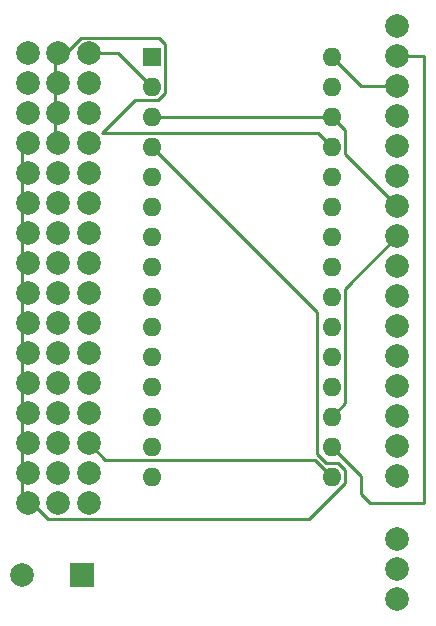
<source format=gbr>
%TF.GenerationSoftware,KiCad,Pcbnew,9.0.6*%
%TF.CreationDate,2025-12-02T10:32:04+01:00*%
%TF.ProjectId,NANO_Shield,4e414e4f-5f53-4686-9965-6c642e6b6963,rev?*%
%TF.SameCoordinates,Original*%
%TF.FileFunction,Copper,L2,Bot*%
%TF.FilePolarity,Positive*%
%FSLAX46Y46*%
G04 Gerber Fmt 4.6, Leading zero omitted, Abs format (unit mm)*
G04 Created by KiCad (PCBNEW 9.0.6) date 2025-12-02 10:32:04*
%MOMM*%
%LPD*%
G01*
G04 APERTURE LIST*
%TA.AperFunction,ComponentPad*%
%ADD10R,1.600000X1.600000*%
%TD*%
%TA.AperFunction,ComponentPad*%
%ADD11O,1.600000X1.600000*%
%TD*%
%TA.AperFunction,ComponentPad*%
%ADD12C,2.000000*%
%TD*%
%TA.AperFunction,ComponentPad*%
%ADD13R,2.000000X2.000000*%
%TD*%
%TA.AperFunction,Conductor*%
%ADD14C,0.250000*%
%TD*%
G04 APERTURE END LIST*
D10*
%TO.P,A1,1*%
%TO.N,Net-(A1-Pad1)*%
X121951001Y-312695001D03*
D11*
%TO.P,A1,17*%
%TO.N,Net-(A1-Pad17)*%
X137191001Y-345715001D03*
%TO.P,A1,2*%
%TO.N,Net-(A1-Pad2)*%
X121951001Y-315235001D03*
%TO.P,A1,18*%
%TO.N,Net-(A1-Pad18)*%
X137191001Y-343175001D03*
%TO.P,A1,3*%
%TO.N,Net-(A1-Pad28)*%
X121951001Y-317775001D03*
%TO.P,A1,19*%
%TO.N,Net-(A1-Pad19)*%
X137191001Y-340635001D03*
%TO.P,A1,4*%
%TO.N,Net-(A1-Pad29)*%
X121951001Y-320315001D03*
%TO.P,A1,20*%
%TO.N,Net-(A1-Pad20)*%
X137191001Y-338095001D03*
%TO.P,A1,5*%
%TO.N,Net-(A1-Pad5)*%
X121951001Y-322855001D03*
%TO.P,A1,21*%
%TO.N,Net-(A1-Pad21)*%
X137191001Y-335555001D03*
%TO.P,A1,6*%
%TO.N,Net-(A1-Pad6)*%
X121951001Y-325395001D03*
%TO.P,A1,22*%
%TO.N,Net-(A1-Pad22)*%
X137191001Y-333015001D03*
%TO.P,A1,7*%
%TO.N,Net-(A1-Pad7)*%
X121951001Y-327935001D03*
%TO.P,A1,23*%
%TO.N,Net-(A1-Pad23)*%
X137191001Y-330475001D03*
%TO.P,A1,8*%
%TO.N,Net-(A1-Pad8)*%
X121951001Y-330475001D03*
%TO.P,A1,24*%
%TO.N,Net-(A1-Pad24)*%
X137191001Y-327935001D03*
%TO.P,A1,9*%
%TO.N,Net-(A1-Pad9)*%
X121951001Y-333015001D03*
%TO.P,A1,25*%
%TO.N,Net-(A1-Pad25)*%
X137191001Y-325395001D03*
%TO.P,A1,10*%
%TO.N,Net-(A1-Pad10)*%
X121951001Y-335555001D03*
%TO.P,A1,26*%
%TO.N,Net-(A1-Pad26)*%
X137191001Y-322855001D03*
%TO.P,A1,11*%
%TO.N,Net-(A1-Pad11)*%
X121951001Y-338095001D03*
%TO.P,A1,27*%
%TO.N,Net-(A1-Pad27)*%
X137191001Y-320315001D03*
%TO.P,A1,12*%
%TO.N,Net-(A1-Pad12)*%
X121951001Y-340635001D03*
%TO.P,A1,28*%
%TO.N,Net-(A1-Pad28)*%
X137191001Y-317775001D03*
%TO.P,A1,13*%
%TO.N,Net-(A1-Pad13)*%
X121951001Y-343175001D03*
%TO.P,A1,29*%
%TO.N,Net-(A1-Pad29)*%
X137191001Y-315235001D03*
%TO.P,A1,14*%
%TO.N,Net-(A1-Pad14)*%
X121951001Y-345715001D03*
%TO.P,A1,30*%
%TO.N,Net-(A1-Pad30)*%
X137191001Y-312695001D03*
%TO.P,A1,15*%
%TO.N,Net-(A1-Pad15)*%
X121951001Y-348255001D03*
%TO.P,A1,16*%
%TO.N,Net-(A1-Pad16)*%
X137191001Y-348255001D03*
%TD*%
D12*
%TO.P,J1,1*%
%TO.N,Net-(A1-Pad29)*%
X111506000Y-350520000D03*
%TO.P,J1,2*%
X111506000Y-347980000D03*
%TO.P,J1,3*%
X111506000Y-345440000D03*
%TO.P,J1,4*%
X111506000Y-342900000D03*
%TO.P,J1,5*%
X111506000Y-340360000D03*
%TO.P,J1,6*%
X111506000Y-337820000D03*
%TO.P,J1,7*%
X111506000Y-335280000D03*
%TO.P,J1,8*%
X111506000Y-332740000D03*
%TO.P,J1,9*%
X111506000Y-330200000D03*
%TO.P,J1,10*%
X111506000Y-327660000D03*
%TO.P,J1,11*%
X111506000Y-325120000D03*
%TO.P,J1,12*%
X111506000Y-322580000D03*
%TO.P,J1,13*%
X111506000Y-320040000D03*
%TO.P,J1,14*%
X111506000Y-317500000D03*
%TO.P,J1,15*%
X111506000Y-314960000D03*
%TO.P,J1,16*%
X111506000Y-312420000D03*
%TD*%
%TO.P,J2,16*%
%TO.N,Net-(A1-Pad27)*%
X114046000Y-350520000D03*
%TO.P,J2,15*%
X114046000Y-347980000D03*
%TO.P,J2,14*%
X114046000Y-345440000D03*
%TO.P,J2,13*%
X114046000Y-342900000D03*
%TO.P,J2,12*%
X114046000Y-340360000D03*
%TO.P,J2,11*%
X114046000Y-337820000D03*
%TO.P,J2,10*%
X114046000Y-335280000D03*
%TO.P,J2,9*%
X114046000Y-332740000D03*
%TO.P,J2,8*%
X114046000Y-330200000D03*
%TO.P,J2,7*%
X114046000Y-327660000D03*
%TO.P,J2,6*%
X114046000Y-325120000D03*
%TO.P,J2,5*%
X114046000Y-322580000D03*
%TO.P,J2,4*%
X114046000Y-320040000D03*
%TO.P,J2,3*%
X114046000Y-317500000D03*
%TO.P,J2,2*%
X114046000Y-314960000D03*
%TO.P,J2,1*%
X114046000Y-312420000D03*
%TD*%
%TO.P,J3,16*%
%TO.N,Net-(A1-Pad29)*%
X116650000Y-350530000D03*
%TO.P,J3,15*%
%TO.N,Net-(A1-Pad27)*%
X116650000Y-347990000D03*
%TO.P,J3,14*%
%TO.N,Net-(A1-Pad16)*%
X116650000Y-345450000D03*
%TO.P,J3,13*%
%TO.N,Net-(A1-Pad15)*%
X116650000Y-342910000D03*
%TO.P,J3,12*%
%TO.N,Net-(A1-Pad14)*%
X116650000Y-340370000D03*
%TO.P,J3,11*%
%TO.N,Net-(A1-Pad13)*%
X116650000Y-337830000D03*
%TO.P,J3,10*%
%TO.N,Net-(A1-Pad12)*%
X116650000Y-335290000D03*
%TO.P,J3,9*%
%TO.N,Net-(A1-Pad11)*%
X116650000Y-332750000D03*
%TO.P,J3,8*%
%TO.N,Net-(A1-Pad10)*%
X116650000Y-330210000D03*
%TO.P,J3,7*%
%TO.N,Net-(A1-Pad9)*%
X116650000Y-327670000D03*
%TO.P,J3,6*%
%TO.N,Net-(A1-Pad8)*%
X116650000Y-325130000D03*
%TO.P,J3,5*%
%TO.N,Net-(A1-Pad7)*%
X116650000Y-322590000D03*
%TO.P,J3,4*%
%TO.N,Net-(A1-Pad6)*%
X116650000Y-320050000D03*
%TO.P,J3,3*%
%TO.N,Net-(A1-Pad5)*%
X116650000Y-317510000D03*
%TO.P,J3,2*%
%TO.N,Net-(A1-Pad1)*%
X116650000Y-314970000D03*
%TO.P,J3,1*%
%TO.N,Net-(A1-Pad2)*%
X116650000Y-312430000D03*
%TD*%
%TO.P,J4,1*%
%TO.N,Net-(A1-Pad19)*%
X142748000Y-348234000D03*
%TO.P,J4,2*%
%TO.N,Net-(A1-Pad20)*%
X142748000Y-345694000D03*
%TO.P,J4,3*%
%TO.N,Net-(A1-Pad21)*%
X142748000Y-343154000D03*
%TO.P,J4,4*%
%TO.N,Net-(A1-Pad22)*%
X142748000Y-340614000D03*
%TO.P,J4,5*%
%TO.N,Net-(A1-Pad23)*%
X142748000Y-338074000D03*
%TO.P,J4,6*%
%TO.N,Net-(A1-Pad24)*%
X142748000Y-335534000D03*
%TO.P,J4,7*%
%TO.N,Net-(A1-Pad25)*%
X142748000Y-332994000D03*
%TO.P,J4,8*%
%TO.N,Net-(A1-Pad26)*%
X142748000Y-330454000D03*
%TO.P,J4,9*%
%TO.N,Net-(A1-Pad18)*%
X142748000Y-327914000D03*
%TO.P,J4,10*%
%TO.N,Net-(A1-Pad28)*%
X142748000Y-325374000D03*
%TO.P,J4,11*%
%TO.N,Net-(J4-Pad11)*%
X142748000Y-322834000D03*
%TO.P,J4,12*%
%TO.N,Net-(J4-Pad12)*%
X142748000Y-320294000D03*
%TO.P,J4,13*%
%TO.N,Net-(J4-Pad13)*%
X142748000Y-317754000D03*
%TO.P,J4,14*%
%TO.N,Net-(A1-Pad30)*%
X142748000Y-315214000D03*
%TO.P,J4,15*%
%TO.N,Net-(A1-Pad17)*%
X142748000Y-312674000D03*
%TO.P,J4,16*%
%TO.N,Net-(A1-Pad27)*%
X142748000Y-310134000D03*
%TD*%
%TO.P,S1,1*%
%TO.N,Net-(S1-Pad1)*%
X142748000Y-358648000D03*
%TO.P,S1,2*%
%TO.N,Net-(A1-Pad27)*%
X142748000Y-356108000D03*
%TO.P,S1,3*%
%TO.N,Net-(S1-Pad3)*%
X142748000Y-353568000D03*
%TD*%
%TO.P,GND,1*%
%TO.N,Net-(A1-Pad29)*%
X110998000Y-356616000D03*
D13*
%TO.P,GND,2*%
%TO.N,Net-(S1-Pad1)*%
X116078000Y-356616000D03*
%TD*%
D14*
%TO.N,Net-(A1-Pad17)*%
X142748000Y-312674000D02*
X145034000Y-312674000D01*
X145034000Y-312674000D02*
X145034000Y-350520000D01*
X145034000Y-350520000D02*
X140462000Y-350520000D01*
X140462000Y-350520000D02*
X139700000Y-349758000D01*
X139700000Y-348224000D02*
X137191001Y-345715001D01*
X139700000Y-349758000D02*
X139700000Y-348224000D01*
%TO.N,Net-(A1-Pad2)*%
X119146000Y-312430000D02*
X121951001Y-315235001D01*
X116650000Y-312430000D02*
X119146000Y-312430000D01*
%TO.N,Net-(A1-Pad18)*%
X138316002Y-332345998D02*
X142748000Y-327914000D01*
X138316002Y-342050000D02*
X138316002Y-332345998D01*
X137191001Y-343175001D02*
X138316002Y-342050000D01*
%TO.N,Net-(A1-Pad28)*%
X121951001Y-317775001D02*
X137191001Y-317775001D01*
X138316002Y-318900002D02*
X137191001Y-317775001D01*
X138316002Y-320942002D02*
X138316002Y-318900002D01*
X142748000Y-325374000D02*
X138316002Y-320942002D01*
%TO.N,Net-(A1-Pad29)*%
X113155999Y-351845001D02*
X110998000Y-349687002D01*
X135266003Y-351845001D02*
X113155999Y-351845001D01*
X138316002Y-348795002D02*
X135266003Y-351845001D01*
X138316002Y-347715000D02*
X138316002Y-348795002D01*
X110998000Y-349687002D02*
X110998000Y-320040000D01*
X137731002Y-347130000D02*
X138316002Y-347715000D01*
X136702410Y-347130000D02*
X137731002Y-347130000D01*
X135962403Y-346389993D02*
X136702410Y-347130000D01*
X135962403Y-334326403D02*
X135962403Y-346389993D01*
X121951001Y-320315001D02*
X135962403Y-334326403D01*
%TO.N,Net-(A1-Pad27)*%
X113792000Y-313326998D02*
X113792000Y-320040000D01*
X116013999Y-311104999D02*
X113792000Y-313326998D01*
X123076002Y-311635000D02*
X122546001Y-311104999D01*
X123076002Y-315775002D02*
X123076002Y-311635000D01*
X122546001Y-311104999D02*
X116013999Y-311104999D01*
X122491002Y-316360002D02*
X123076002Y-315775002D01*
X120581000Y-316360002D02*
X122491002Y-316360002D01*
X117751002Y-319190000D02*
X120581000Y-316360002D01*
X136066000Y-319190000D02*
X117751002Y-319190000D01*
X137191001Y-320315001D02*
X136066000Y-319190000D01*
%TO.N,Net-(A1-Pad30)*%
X139710000Y-315214000D02*
X137191001Y-312695001D01*
X142748000Y-315214000D02*
X139710000Y-315214000D01*
%TO.N,Net-(A1-Pad16)*%
X118040002Y-346840002D02*
X116650000Y-345450000D01*
X135776002Y-346840002D02*
X118040002Y-346840002D01*
X137191001Y-348255001D02*
X135776002Y-346840002D01*
%TD*%
M02*

</source>
